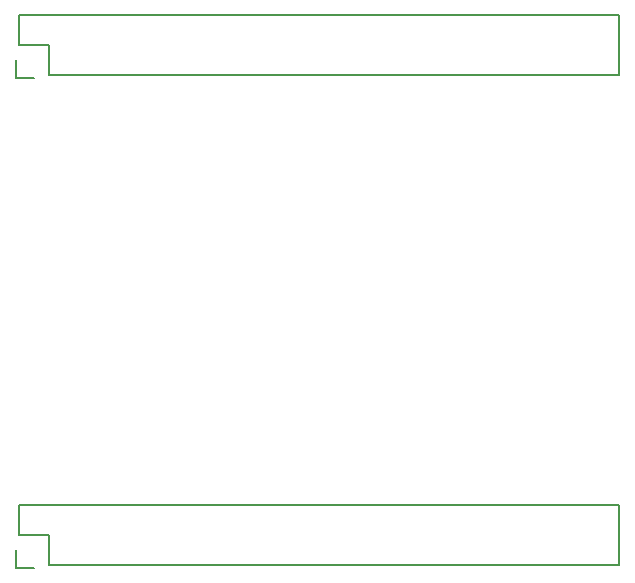
<source format=gbr>
G04 #@! TF.FileFunction,Legend,Bot*
%FSLAX46Y46*%
G04 Gerber Fmt 4.6, Leading zero omitted, Abs format (unit mm)*
G04 Created by KiCad (PCBNEW 4.0.1-3.201512221401+6198~38~ubuntu15.10.1-stable) date Mon 19 Dec 2016 04:42:47 PM PST*
%MOMM*%
G01*
G04 APERTURE LIST*
%ADD10C,0.100000*%
%ADD11C,0.150000*%
G04 APERTURE END LIST*
D10*
D11*
X154530000Y-88985000D02*
X103730000Y-88985000D01*
X106270000Y-94065000D02*
X154530000Y-94065000D01*
X154530000Y-88985000D02*
X154530000Y-94065000D01*
X103730000Y-88985000D02*
X103730000Y-91525000D01*
X105000000Y-94345000D02*
X103450000Y-94345000D01*
X103730000Y-91525000D02*
X106270000Y-91525000D01*
X106270000Y-91525000D02*
X106270000Y-94065000D01*
X103450000Y-94345000D02*
X103450000Y-92795000D01*
X154530000Y-47465000D02*
X103730000Y-47465000D01*
X106270000Y-52545000D02*
X154530000Y-52545000D01*
X154530000Y-47465000D02*
X154530000Y-52545000D01*
X103730000Y-47465000D02*
X103730000Y-50005000D01*
X105000000Y-52825000D02*
X103450000Y-52825000D01*
X103730000Y-50005000D02*
X106270000Y-50005000D01*
X106270000Y-50005000D02*
X106270000Y-52545000D01*
X103450000Y-52825000D02*
X103450000Y-51275000D01*
M02*

</source>
